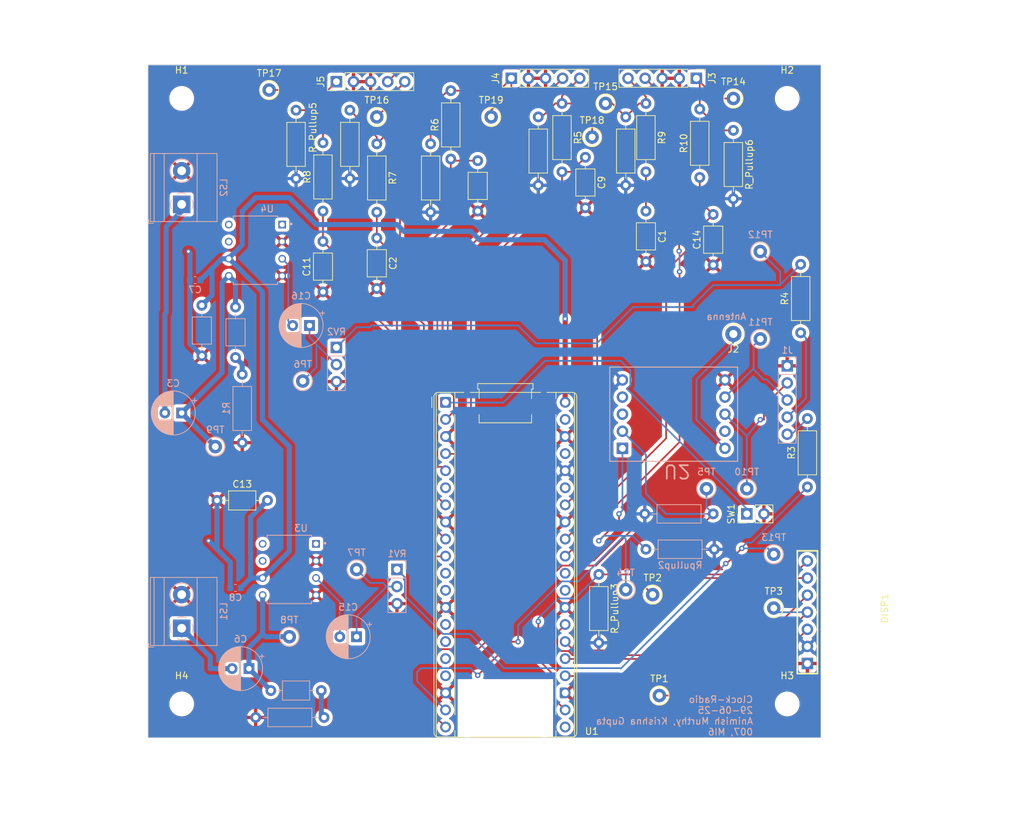
<source format=kicad_pcb>
(kicad_pcb (version 20241229) (generator "pcbnew") (generator_version "9.0")
  (layers (0 "F.Cu" signal) (2 "B.Cu" signal) (13 "F.Paste" user) (15 "B.Paste" user) (5 "F.SilkS" user "F.Silkscreen") (7 "B.SilkS" user "B.Silkscreen") (1 "F.Mask" user) (3 "B.Mask" user) (25 "Edge.Cuts" user))
  (net 0 "")
  (net 1 "GND")
  (net 2 "Net-(C3-Pad2)")
  (net 3 "/ROUT")
  (net 4 "/LOUT")
  (net 5 "Net-(J3-Pin_1)")
  (net 6 "Net-(J3-Pin_5)")
  (net 7 "Net-(J4-Pin_1)")
  (net 8 "Net-(J4-Pin_5)")
  (net 9 "/3V3")
  (net 10 "/SCK")
  (net 11 "/SDA")
  (net 12 "/RES")
  (net 13 "/DC")
  (net 14 "/CS")
  (net 15 "/RSpeaker")
  (net 16 "/LSpeaker")
  (net 17 "Net-(J2-Pin_1)")
  (net 18 "/I2CSCK")
  (net 19 "/I2CTX")
  (net 20 "Net-(U3-+)")
  (net 21 "Net-(U4-+)")
  (net 22 "/SW1")
  (net 23 "/SW2")
  (net 24 "/SW3")
  (net 25 "/SW4")
  (net 26 "Net-(C3-Pad1)")
  (net 27 "Net-(C4-Pad2)")
  (net 28 "Net-(C5-Pad1)")
  (net 29 "Net-(C5-Pad2)")
  (net 30 "Net-(C6-Pad2)")
  (net 42 "+5V")
  (net 46 "Net-(J5-Pin_1)")
  (net 47 "Net-(J5-Pin_5)")
  (net 48 "Net-(R3-Pad1)")
  (net 49 "Net-(R4-Pad2)")
  (net 50 "/ROT1B")
  (net 52 "/ROT1A")
  (net 53 "/ROT2A")
  (net 54 "/ROT2B")
  (net 56 "/ROT3A")
  (net 57 "/ROT3B")
  (net 58 "Net-(C15-Pad1)")
  (net 59 "Net-(C16-Pad1)")
  (footprint "Capacitor_THT:C_Axial_L3.8mm_D2.6mm_P7.50mm_Horizontal" (layer "F.Cu") (at 121 77 90)
    (property "Reference" "C11")
    (property "Value" "0.01 µF")
  )
  (footprint "Capacitor_THT:C_Axial_L3.8mm_D2.6mm_P7.50mm_Horizontal" (layer "F.Cu") (at 144 65 90)
    (property "Reference" "C10" (hide yes))
    (property "Value" "0.01 µF")
  )
  (footprint "Capacitor_THT:C_Axial_L3.8mm_D2.6mm_P7.50mm_Horizontal" (layer "F.Cu") (at 169 65 -90)
    (property "Reference" "C1")
    (property "Value" "0.01 µF")
  )
  (footprint "Resistor_THT:R_Axial_DIN0207_L6.3mm_D2.5mm_P10.16mm_Horizontal" (layer "F.Cu") (at 166 51 -90)
    (property "Reference" "R_Pullup7" (hide yes))
    (property "Value" "10kΩ")
  )
  (footprint "Resistor_THT:R_Axial_DIN0207_L6.3mm_D2.5mm_P10.16mm_Horizontal" (layer "F.Cu") (at 140 57.26 90)
    (property "Reference" "R6")
    (property "Value" "10Ω")
  )
  (footprint "TestPoint:TestPoint_Keystone_5000-5004_Miniature" (layer "F.Cu") (at 170 122)
    (property "Reference" "TP2")
    (property "Value" "TestPoint")
  )
  (footprint "TestPoint:TestPoint_Keystone_5000-5004_Miniature" (layer "F.Cu") (at 161 54)
    (property "Reference" "TP18")
    (property "Value" "TestPoint" (hide yes))
  )
  (footprint "Capacitor_THT:C_Axial_L3.8mm_D2.6mm_P7.50mm_Horizontal" (layer "F.Cu") (at 179 73 90)
    (property "Reference" "C14")
    (property "Value" "0.01 µF")
  )
  (footprint "Resistor_THT:R_Axial_DIN0207_L6.3mm_D2.5mm_P10.16mm_Horizontal" (layer "F.Cu") (at 117 50 -90)
    (property "Reference" "R_Pullup5")
    (property "Value" "10kΩ")
  )
  (footprint "Connector_PinHeader_2.54mm:PinHeader_1x05_P2.54mm_Vertical" (layer "F.Cu") (at 123 45.76 90)
    (property "Reference" "J5")
    (property "Value" "Conn_01x05")
  )
  (footprint "Resistor_THT:R_Axial_DIN0207_L6.3mm_D2.5mm_P10.16mm_Horizontal" (layer "F.Cu") (at 121 65 90)
    (property "Reference" "R8")
    (property "Value" "10kΩ")
  )
  (footprint "MountingHole:MountingHole_3.2mm_M3" (layer "F.Cu") (at 190 138.25)
    (property "Reference" "H3")
    (property "Value" "MountingHole")
  )
  (footprint "Resistor_THT:R_Axial_DIN0207_L6.3mm_D2.5mm_P10.16mm_Horizontal" (layer "F.Cu") (at 162 119 -90)
    (property "Reference" "R_Pullup3")
    (property "Value" "10kΩ")
  )
  (footprint "TestPoint:TestPoint_Keystone_5000-5004_Miniature" (layer "F.Cu") (at 146 51)
    (property "Reference" "TP19")
    (property "Value" "TestPoint")
  )
  (footprint "TestPoint:TestPoint_Keystone_5000-5004_Miniature" (layer "F.Cu") (at 182 48.26)
    (property "Reference" "TP14")
    (property "Value" "TestPoint")
  )
  (footprint "TestPoint:TestPoint_Keystone_5000-5004_Miniature" (layer "F.Cu") (at 129 51)
    (property "Reference" "TP16")
    (property "Value" "TestPoint" (hide yes))
  )
  (footprint "Resistor_THT:R_Axial_DIN0207_L6.3mm_D2.5mm_P10.16mm_Horizontal" (layer "F.Cu") (at 156.525236 49 -90)
    (property "Reference" "R5")
    (property "Value" "10Ω")
  )
  (footprint "TestPoint:TestPoint_Keystone_5000-5004_Miniature" (layer "F.Cu") (at 188 124)
    (property "Reference" "TP3")
    (property "Value" "TestPoint")
  )
  (footprint "Resistor_THT:R_Axial_DIN0207_L6.3mm_D2.5mm_P10.16mm_Horizontal" (layer "F.Cu") (at 193 106 90)
    (property "Reference" "R3")
    (property "Value" "10 k")
  )
  (footprint "Connector_Pin:Pin_D1.0mm_L10.0mm_LooseFit" (layer "F.Cu") (at 182 83.26)
    (property "Reference" "J2")
    (property "Value" "Conn_01x01_Pin")
  )
  (footprint "Connector_PinHeader_2.54mm:PinHeader_1x05_P2.54mm_Vertical" (layer "F.Cu") (at 176.5 45.26 -90)
    (property "Reference" "J3")
    (property "Value" "Conn_01x05" (hide yes))
  )
  (footprint "Capacitor_THT:C_Axial_L3.8mm_D2.6mm_P7.50mm_Horizontal" (layer "F.Cu") (at 105.25 108)
    (property "Reference" "C13")
    (property "Value" "0.1 µF")
  )
  (footprint "Module:RaspberryPi_Pico_Common_THT" (layer "F.Cu") (at 139.22 93.42)
    (property "Reference" "U1")
    (property "Value" "RPi_Pico_TH")
  )
  (footprint "Resistor_THT:R_Axial_DIN0207_L6.3mm_D2.5mm_P10.16mm_Horizontal" (layer "F.Cu") (at 182 53 -90)
    (property "Reference" "R_Pullup6")
    (property "Value" "10kΩ")
  )
  (footprint "ECE:OLED_Display_1.3" (layer "F.Cu") (at 224.95 142.36 90)
    (property "Reference" "DISP1")
    (property "Value" "OLED Display")
  )
  (footprint "MountingHole:MountingHole_3.2mm_M3" (layer "F.Cu") (at 100 48.25)
    (property "Reference" "H1")
    (property "Value" "MountingHole")
  )
  (footprint "Capacitor_THT:C_Axial_L3.8mm_D2.6mm_P7.50mm_Horizontal" (layer "F.Cu") (at 160 57 -90)
    (property "Reference" "C9")
    (property "Value" "0.01 µF")
  )
  (footprint "Connector_PinHeader_2.54mm:PinHeader_1x05_P2.54mm_Vertical" (layer "F.Cu") (at 149 45.26 90)
    (property "Reference" "J4")
    (property "Value" "Conn_01x05" (hide yes))
  )
  (footprint "TestPoint:TestPoint_Keystone_5000-5004_Miniature" (layer "F.Cu") (at 163 49)
    (property "Reference" "TP15")
    (property "Value" "TestPoint" (hide yes))
  )
  (footprint "TestPoint:TestPoint_Keystone_5000-5004_Miniature" (layer "F.Cu") (at 113 47)
    (property "Reference" "TP17")
    (property "Value" "TestPoint")
  )
  (footprint "Resistor_THT:R_Axial_DIN0207_L6.3mm_D2.5mm_P10.16mm_Horizontal" (layer "F.Cu") (at 125 50 -90)
    (property "Reference" "R_Pullup4" (hide yes))
    (property "Value" "10kΩ")
  )
  (footprint "Connector_PinHeader_2.54mm:PinHeader_1x02_P2.54mm_Vertical" (layer "F.Cu") (at 184 110 90)
    (property "Reference" "SW1")
    (property "Value" "SW_Push")
  )
  (footprint "MountingHole:MountingHole_3.2mm_M3" (layer "F.Cu") (at 190 48.25)
    (property "Reference" "H2")
    (property "Value" "MountingHole")
  )
  (footprint "Resistor_THT:R_Axial_DIN0207_L6.3mm_D2.5mm_P10.16mm_Horizontal" (layer "F.Cu") (at 169 49 -90)
    (property "Reference" "R9")
    (property "Value" "10Ω")
  )
  (footprint "Capacitor_THT:C_Axial_L3.8mm_D2.6mm_P7.50mm_Horizontal" (layer "F.Cu") (at 129 69 -90)
    (property "Reference" "C2")
    (property "Value" "0.01 µF")
  )
  (footprint "MountingHole:MountingHole_3.2mm_M3" (layer "F.Cu") (at 100 138.25)
    (property "Reference" "H4")
    (property "Value" "MountingHole")
  )
  (footprint "Resistor_THT:R_Axial_DIN0207_L6.3mm_D2.5mm_P10.16mm_Horizontal" (layer "F.Cu") (at 153 51 -90)
    (property "Reference" "R_Pullup1" (hide yes))
    (property "Value" "10kΩ")
  )
  (footprint "Resistor_THT:R_Axial_DIN0207_L6.3mm_D2.5mm_P10.16mm_Horizontal" (layer "F.Cu") (at 177 60 90)
    (property "Reference" "R10")
    (property "Value" "10Ω")
  )
  (footprint "Resistor_THT:R_Axial_DIN0207_L6.3mm_D2.5mm_P10.16mm_Horizontal" (layer "F.Cu") (at 137 55 -90)
    (property "Reference" "R_Pullup2" (hide yes))
    (property "Value" "10kΩ")
  )
  (footprint "TestPoint:TestPoint_Keystone_5000-5004_Miniature" (layer "F.Cu") (at 171 137)
    (property "Reference" "TP1")
    (property "Value" "TestPoint")
  )
  (footprint "Resistor_THT:R_Axial_DIN0207_L6.3mm_D2.5mm_P10.16mm_Horizontal" (layer "F.Cu") (at 192 83.08 90)
    (property "Reference" "R4")
    (property "Value" "10 k")
  )
  (footprint "Resistor_THT:R_Axial_DIN0207_L6.3mm_D2.5mm_P10.16mm_Horizontal" (layer "F.Cu") (at 129 55 -90)
    (property "Reference" "R7")
    (property "Value" "10kΩ")
  )
  (footprint "Resistor_THT:R_Axial_DIN0207_L6.3mm_D2.5mm_P10.16mm_Horizontal" (layer "B.Cu") (at 121.16 140.26 180)
    (property "Reference" "R2" (hide yes))
    (property "Value" "10Ω")
  )
  (footprint "Connector_PinHeader_2.54mm:PinHeader_1x03_P2.54mm_Vertical" (layer "B.Cu") (at 123 85.26 180)
    (property "Reference" "RV2")
    (property "Value" "10kΩ")
  )
  (footprint "TestPoint:TestPoint_Keystone_5000-5004_Miniature" (layer "B.Cu") (at 186 71 180)
    (property "Reference" "TP12")
    (property "Value" "TestPoint")
  )
  (footprint "Capacitor_THT:CP_Radial_D6.3mm_P2.50mm" (layer "B.Cu") (at 110 133 180)
    (property "Reference" "C6")
    (property "Value" "470 µF")
  )
  (footprint "TestPoint:TestPoint_Keystone_5000-5004_Miniature" (layer "B.Cu") (at 166 121.26 180)
    (property "Reference" "TP4")
    (property "Value" "TestPoint")
  )
  (footprint "ECE:RDA5807M_Module_TH" (layer "B.Cu") (at 173.13 95.18)
    (property "Reference" "U2")
    (property "Value" "RDA5807M_Module")
  )
  (footprint "Capacitor_SMD:C_0603_1608Metric" (layer "B.Cu") (at 102 75.26)
    (property "Reference" "C7")
    (property "Value" "0.1 µF")
  )
  (footprint "LM386N_4:DIP794W45P254L1016H508Q8" (layer "B.Cu") (at 116 118.26 180)
    (property "Reference" "U3")
    (property "Value" "LM386")
  )
  (footprint "TestPoint:TestPoint_Keystone_5000-5004_Miniature" (layer "B.Cu") (at 178 106.26 180)
    (property "Reference" "TP5")
    (property "Value" "TestPoint")
  )
  (footprint "Capacitor_THT:CP_Radial_D6.3mm_P2.50mm" (layer "B.Cu") (at 100 95 180)
    (property "Reference" "C3")
    (property "Value" "470 µF")
  )
  (footprint "TestPoint:TestPoint_Keystone_5000-5004_Miniature" (layer "B.Cu") (at 188 116 180)
    (property "Reference" "TP13")
    (property "Value" "TestPoint")
  )
  (footprint "Capacitor_THT:C_Axial_L3.8mm_D2.6mm_P7.50mm_Horizontal" (layer "B.Cu") (at 103 86.5 90)
    (property "Reference" "C12" (hide yes))
    (property "Value" "0.1 µF")
  )
  (footprint "TestPoint:TestPoint_Keystone_5000-5004_Miniature" (layer "B.Cu") (at 118 90.26 180)
    (property "Reference" "TP6")
    (property "Value" "TestPoint")
  )
  (footprint "TestPoint:TestPoint_Keystone_5000-5004_Miniature" (layer "B.Cu") (at 105 100 180)
    (property "Reference" "TP9")
    (property "Value" "TestPoint")
  )
  (footprint "Capacitor_THT:C_Axial_L3.8mm_D2.6mm_P7.50mm_Horizontal" (layer "B.Cu") (at 108 79.26 -90)
    (property "Reference" "C4" (hide yes))
    (property "Value" "0.05 µF")
  )
  (footprint "LM386N_4:DIP794W45P254L1016H508Q8" (layer "B.Cu") (at 110.97 70.81 180)
    (property "Reference" "U4")
    (property "Value" "LM386")
  )
  (footprint "TestPoint:TestPoint_Keystone_5000-5004_Miniature" (layer "B.Cu") (at 126 118.26 180)
    (property "Reference" "TP7")
    (property "Value" "TestPoint")
  )
  (footprint "Capacitor_THT:C_Axial_L3.8mm_D2.6mm_P7.50mm_Horizontal" (layer "B.Cu") (at 113.25 136.26)
    (property "Reference" "C5" (hide yes))
    (property "Value" "0.05 µF")
  )
  (footprint "TestPoint:TestPoint_Keystone_5000-5004_Miniature" (layer "B.Cu") (at 184 106.26 180)
    (property "Reference" "TP10")
    (property "Value" "TestPoint")
  )
  (footprint "Capacitor_THT:CP_Radial_D6.3mm_P2.50mm" (layer "B.Cu") (at 119 82 180)
    (property "Reference" "C16")
    (property "Value" "470 µF")
  )
  (footprint "Resistor_THT:R_Axial_DIN0207_L6.3mm_D2.5mm_P10.16mm_Horizontal" (layer "B.Cu") (at 109 89.26 -90)
    (property "Reference" "R1")
    (property "Value" "10Ω")
  )
  (footprint "Connector_PinHeader_2.54mm:PinHeader_1x05_P2.54mm_Vertical" (layer "B.Cu") (at 190 88 180)
    (property "Reference" "J1")
    (property "Value" "CUE_SJ1-352XNG")
  )
  (footprint "TestPoint:TestPoint_Keystone_5000-5004_Miniature" (layer "B.Cu") (at 116 128.26 180)
    (property "Reference" "TP8")
    (property "Value" "TestPoint")
  )
  (footprint "TerminalBlock_Phoenix:TerminalBlock_Phoenix_MKDS-1,5-2_1x02_P5.00mm_Horizontal" (layer "B.Cu") (at 100 127 90)
    (property "Reference" "LS1")
    (property "Value" "Speaker")
  )
  (footprint "Capacitor_THT:CP_Radial_D6.3mm_P2.50mm" (layer "B.Cu") (at 126 128.26 180)
    (property "Reference" "C15")
    (property "Value" "470 µF")
  )
  (footprint "Resistor_THT:R_Axial_DIN0207_L6.3mm_D2.5mm_P10.16mm_Horizontal" (layer "B.Cu") (at 179 110 180)
    (property "Reference" "Rpullup1" (hide yes))
    (property "Value" "2k")
  )
  (footprint "Connector_PinHeader_2.54mm:PinHeader_1x03_P2.54mm_Vertical" (layer "B.Cu") (at 132 118.26 180)
    (property "Reference" "RV1")
    (property "Value" "10kΩ")
  )
  (footprint "Resistor_THT:R_Axial_DIN0207_L6.3mm_D2.5mm_P10.16mm_Horizontal" (layer "B.Cu") (at 169 115.26)
    (property "Reference" "Rpullup2")
    (property "Value" "2k")
  )
  (footprint "TerminalBlock_Phoenix:TerminalBlock_Phoenix_MKDS-1,5-2_1x02_P5.00mm_Horizontal" (layer "B.Cu") (at 100 64 90)
    (property "Reference" "LS2")
    (property "Value" "Speaker")
  )
  (footprint "TestPoint:TestPoint_Keystone_5000-5004_Miniature" (layer "B.Cu") (at 186 84 180)
    (property "Reference" "TP11")
    (property "Value" "TestPoint")
  )
  (footprint "Capacitor_SMD:C_0603_1608Metric" (layer "B.Cu") (at 108 121)
    (property "Reference" "C8")
    (property "Value" "0.1 µF")
  )
  (gr_rect (start 95 43.26) (end 195 143.26) (stroke (width 0.1)) (fill no) (layer "Edge.Cuts"))
  (gr_text "Antenna" (at 184 81.26 0) (layer "B.SilkS") (effects (font (size 1 1)) (justify left bottom mirror)))
  (gr_text "Clock-Radio\n29-06-25\nAnimish Murthy, Krishna Gupta\n007, MI6" (at 185 143 0) (layer "B.SilkS") (effects (font (size 1 1)) (justify left bottom mirror)))
  (via (at 101 71) (size 0.8) (drill 0.4) (layers "F.Cu" "B.Cu") (net 1))
  (via (at 104 114) (size 0.8) (drill 0.4) (layers "F.Cu" "B.Cu") (net 1))
  (segment (start 100 59) (end 100 60) (width 0.25) (layer "B.Cu") (net 1))
  (segment (start 101.225 84.725) (end 101.225 75.26) (width 0.762) (layer "B.Cu") (net 1))
  (segment (start 103 86.5) (end 101.225 84.725) (width 0.762) (layer "B.Cu") (net 1))
  (segment (start 101.225 75.26) (end 101.225 71.225) (width 0.762) (layer "B.Cu") (net 1))
  (segment (start 107.225 121) (end 107.225 117.225) (width 0.762) (layer "B.Cu") (net 1))
  (segment (start 107.225 117.225) (end 105.25 115.25) (width 0.762) (layer "B.Cu") (net 1))
  (segment (start 105.25 115.25) (end 105.25 108) (width 0.762) (layer "B.Cu") (net 1))
  (segment (start 107.225 117.225) (end 104 114) (width 0.762) (layer "B.Cu") (net 1))
  (segment (start 101.225 71.225) (end 101 71) (width 0.762) (layer "B.Cu") (net 1))
  (segment (start 97.695 67.305) (end 97.695 80.065) (width 0.762) (layer "B.Cu") (net 2))
  (segment (start 97.5 80.26) (end 97.5 95) (width 0.762) (layer "B.Cu") (net 2))
  (segment (start 100 64) (end 100 65) (width 0.25) (layer "B.Cu") (net 2))
  (segment (start 100 65) (end 97.695 67.305) (width 0.762) (layer "B.Cu") (net 2))
  (segment (start 97.695 80.065) (end 97.5 80.26) (width 0.25) (layer "B.Cu") (net 2))
  (segment (start 185 85) (end 186 84) (width 0.25) (layer "B.Cu") (net 3))
  (segment (start 186.5 90.01) (end 186.93 90.01) (width 0.25) (layer "B.Cu") (net 3))
  (segment (start 180.75 92.64) (end 185 88.39) (width 0.25) (layer "B.Cu") (net 3))
  (segment (start 185 88) (end 185 85) (width 0.25) (layer "B.Cu") (net 3))
  (segment (start 185 88.51) (end 186.5 90.01) (width 0.25) (layer "B.Cu") (net 3))
  (segment (start 186.93 90.01) (end 190 93.08) (width 0.25) (layer "B.Cu") (net 3))
  (segment (start 185 88) (end 185 88.51) (width 0.25) (layer "B.Cu") (net 3))
  (segment (start 185 88.39) (end 185 88) (width 0.25) (layer "B.Cu") (net 3))
  (segment (start 186.54 96) (end 186.54 94) (width 0.25) (layer "F.Cu") (net 4))
  (segment (start 186.54 94) (end 190 90.54) (width 0.25) (layer "F.Cu") (net 4))
  (segment (start 186 96) (end 186.54 96) (width 0.25) (layer "F.Cu") (net 4))
  (via (at 186 96) (size 0.8) (drill 0.4) (layers "F.Cu" "B.Cu") (net 4))
  (segment (start 184 98.43) (end 180.75 95.18) (width 0.25) (layer "B.Cu") (net 4))
  (segment (start 184 106.26) (end 184 102.51) (width 0.25) (layer "B.Cu") (net 4))
  (segment (start 184 102.51) (end 184 98.43) (width 0.25) (layer "B.Cu") (net 4))
  (segment (start 184 98.43) (end 186 96) (width 0.25) (layer "B.Cu") (net 4))
  (segment (start 177 45.76) (end 176.5 45.26) (width 0.25) (layer "F.Cu") (net 5))
  (segment (start 176.5 46.01) (end 176.5 45.26) (width 0.25) (layer "F.Cu") (net 5))
  (segment (start 182 53) (end 180.16 53) (width 0.25) (layer "F.Cu") (net 5))
  (segment (start 177 49.84) (end 177 45.76) (width 0.25) (layer "F.Cu") (net 5))
  (segment (start 182 48.26) (end 179.5 48.26) (width 0.25) (layer "F.Cu") (net 5))
  (segment (start 180.16 53) (end 177 49.84) (width 0.25) (layer "F.Cu") (net 5))
  (segment (start 179.5 48.26) (end 176.5 45.26) (width 0.25) (layer "F.Cu") (net 5))
  (segment (start 169 48) (end 166.34 45.34) (width 0.25) (layer "F.Cu") (net 6))
  (segment (start 166 51) (end 168 49) (width 0.25) (layer "F.Cu") (net 6))
  (segment (start 166.34 45.34) (end 166.34 45.26) (width 0.25) (layer "F.Cu") (net 6))
  (segment (start 164 49) (end 163 49) (width 0.25) (layer "F.Cu") (net 6))
  (segment (start 168 49) (end 169 49) (width 0.25) (layer "F.Cu") (net 6))
  (segment (start 169 49) (end 169 48) (width 0.25) (layer "F.Cu") (net 6))
  (segment (start 166 51) (end 164 49) (width 0.25) (layer "F.Cu") (net 6))
  (segment (start 147.16 47.1) (end 149 45.26) (width 0.25) (layer "F.Cu") (net 7))
  (segment (start 149 47) (end 146 50) (width 0.25) (layer "F.Cu") (net 7))
  (segment (start 137 55) (end 137 49.65) (width 0.25) (layer "F.Cu") (net 7))
  (segment (start 146 50) (end 146 51) (width 0.25) (layer "F.Cu") (net 7))
  (segment (start 140 47.1) (end 147.16 47.1) (width 0.25) (layer "F.Cu") (net 7))
  (segment (start 137 49.65) (end 139.55 47.1) (width 0.25) (layer "F.Cu") (net 7))
  (segment (start 149 45.26) (end 149 47) (width 0.25) (layer "F.Cu") (net 7))
  (segment (start 156.525236 47.894764) (end 159.16 45.26) (width 0.25) (layer "F.Cu") (net 8))
  (segment (start 161 52) (end 158 49) (width 0.25) (layer "F.Cu") (net 8))
  (segment (start 158 49) (end 156.525236 49) (width 0.25) (layer "F.Cu") (net 8))
  (segment (start 155.525236 49) (end 153.843434 50.681802) (width 0.25) (layer "F.Cu") (net 8))
  (segment (start 156.525236 49) (end 155.525236 49) (width 0.25) (layer "F.Cu") (net 8))
  (segment (start 153.843434 50.681802) (end 153.318198 50.681802) (width 0.25) (layer "F.Cu") (net 8))
  (segment (start 161 54) (end 161 52) (width 0.25) (layer "F.Cu") (net 8))
  (segment (start 156.525236 49) (end 156.525236 47.894764) (width 0.25) (layer "F.Cu") (net 8))
  (segment (start 184.9 134.1) (end 182 137) (width 0.25) (layer "F.Cu") (net 10))
  (segment (start 193 127.16) (end 186.06 134.1) (width 0.25) (layer "F.Cu") (net 10))
  (segment (start 186.06 134.1) (end 184.9 134.1) (width 0.25) (layer "F.Cu") (net 10))
  (segment (start 186.06 134.1) (end 157 134.1) (width 0.25) (layer "F.Cu") (net 10))
  (segment (start 182 137) (end 171 137) (width 0.25) (layer "F.Cu") (net 10))
  (segment (start 193 124.62) (end 186.06 131.56) (width 0.25) (layer "F.Cu") (net 11))
  (segment (start 186.06 131.56) (end 157 131.56) (width 0.25) (layer "F.Cu") (net 11))
  (segment (start 188.62 124.62) (end 188 124) (width 0.25) (layer "B.Cu") (net 11))
  (segment (start 193 124.62) (end 188.62 124.62) (width 0.25) (layer "B.Cu") (net 11))
  (segment (start 158.101701 131) (end 157.486701 130.385) (width 0.25) (layer "F.Cu") (net 12))
  (segment (start 155.825 127.655) (end 157 126.48) (width 0.25) (layer "F.Cu") (net 12))
  (segment (start 155.825 129.825) (end 155.825 127.655) (width 0.25) (layer "F.Cu") (net 12))
  (segment (start 157.486701 130.385) (end 156.385 130.385) (width 0.25) (layer "F.Cu") (net 12))
  (segment (start 193 122.08) (end 184.08 131) (width 0.25) (layer "F.Cu") (net 12))
  (segment (start 184.08 131) (end 158.101701 131) (width 0.25) (layer "F.Cu") (net 12))
  (segment (start 156.385 130.385) (end 155.825 129.825) (width 0.25) (layer "F.Cu") (net 12))
  (segment (start 165.588833 130.285) (end 158.265 130.285) (width 0.25) (layer "F.Cu") (net 13))
  (segment (start 193 119.54) (end 176.333833 119.54) (width 0.25) (layer "F.Cu") (net 13))
  (segment (start 158.265 130.285) (end 157 129.02) (width 0.25) (layer "F.Cu") (net 13))
  (segment (start 176.333833 119.54) (end 165.588833 130.285) (width 0.25) (layer "F.Cu") (net 13))
  (segment (start 155.5 134.152405) (end 155.5 137.64) (width 0.25) (layer "F.Cu") (net 14))
  (segment (start 193 117) (end 191 119) (width 0.25) (layer "F.Cu") (net 14))
  (segment (start 153 126) (end 153 131.652405) (width 0.25) (layer "F.Cu") (net 14))
  (segment (start 155.5 137.64) (end 157 139.14) (width 0.25) (layer "F.Cu") (net 14))
  (segment (start 153 131.652405) (end 155.5 134.152405) (width 0.25) (layer "F.Cu") (net 14))
  (segment (start 170 122) (end 167 119) (width 0.25) (layer "F.Cu") (net 14))
  (segment (start 167 119) (end 191 119) (width 0.25) (layer "F.Cu") (net 14))
  (segment (start 167 119) (end 162 119) (width 0.25) (layer "F.Cu") (net 14))
  (via (at 153 126) (size 0.8) (drill 0.4) (layers "F.Cu" "B.Cu") (net 14))
  (segment (start 153 126) (end 153 125.5) (width 0.25) (layer "B.Cu") (net 14))
  (segment (start 153 125.5) (end 155.925 122.575) (width 0.25) (layer "B.Cu") (net 14))
  (segment (start 155.925 122.575) (end 158.425 122.575) (width 0.25) (layer "B.Cu") (net 14))
  (segment (start 158.425 122.575) (end 162 119) (width 0.25) (layer "B.Cu") (net 14))
  (segment (start 192.799999 92.820001) (end 190 95.62) (width 0.25) (layer "B.Cu") (net 15))
  (segment (start 192.799999 83.879999) (end 192.799999 92.820001) (width 0.25) (layer "B.Cu") (net 15))
  (segment (start 192 83.08) (end 192.799999 83.879999) (width 0.25) (layer "B.Cu") (net 15))
  (segment (start 193 95.84) (end 190.68 98.16) (width 0.25) (layer "B.Cu") (net 16))
  (segment (start 190.68 98.16) (end 190 98.16) (width 0.25) (layer "B.Cu") (net 16))
  (segment (start 176.5 90.01) (end 182 84.51) (width 0.25) (layer "B.Cu") (net 17))
  (segment (start 176.5 96.01) (end 176.5 90.01) (width 0.25) (layer "B.Cu") (net 17))
  (segment (start 182 84.51) (end 182 83.26) (width 0.25) (layer "B.Cu") (net 17))
  (segment (start 180.75 100.26) (end 176.5 96.01) (width 0.25) (layer "B.Cu") (net 17))
  (segment (start 133 135.46) (end 139.22 141.68) (width 0.25) (layer "F.Cu") (net 18))
  (segment (start 156.513299 117.685) (end 144.092299 130.106) (width 0.25) (layer "F.Cu") (net 18))
  (segment (start 161.575 117.685) (end 156.513299 117.685) (width 0.25) (layer "F.Cu") (net 18))
  (segment (start 144.092299 130.106) (end 136.394 130.106) (width 0.25) (layer "F.Cu") (net 18))
  (segment (start 133 133.5) (end 133 135.46) (width 0.25) (layer "F.Cu") (net 18))
  (segment (start 179 110) (end 177 112) (width 0.25) (layer "F.Cu") (net 18))
  (segment (start 167.26 112) (end 161.575 117.685) (width 0.25) (layer "F.Cu") (net 18))
  (segment (start 177 112) (end 167.26 112) (width 0.25) (layer "F.Cu") (net 18))
  (segment (start 136.394 130.106) (end 133 133.5) (width 0.25) (layer "F.Cu") (net 18))
  (segment (start 169 107) (end 172 110) (width 0.25) (layer "B.Cu") (net 18))
  (segment (start 178 109) (end 179 110) (width 0.25) (layer "B.Cu") (net 18))
  (segment (start 165.51 97.72) (end 169 101.21) (width 0.25) (layer "B.Cu") (net 18))
  (segment (start 165.05 97.26) (end 165.51 97.72) (width 0.25) (layer "B.Cu") (net 18))
  (segment (start 172 110) (end 179 110) (width 0.25) (layer "B.Cu") (net 18))
  (segment (start 178 106.26) (end 178 109) (width 0.25) (layer "B.Cu") (net 18))
  (segment (start 169 101.21) (end 169 107) (width 0.25) (layer "B.Cu") (net 18))
  (segment (start 150 129) (end 149 129) (width 0.25) (layer "F.Cu") (net 19))
  (segment (start 149 129) (end 144 134) (width 0.25) (layer "F.Cu") (net 19))
  (segment (start 165 110) (end 165 111) (width 0.25) (layer "F.Cu") (net 19))
  (segment (start 165 111) (end 162 114) (width 0.25) (layer "F.Cu") (net 19))
  (via (at 162 114) (size 0.8) (drill 0.4) (layers "F.Cu" "B.Cu") (net 19))
  (via (at 165 110) (size 0.8) (drill 0.4) (layers "F.Cu" "B.Cu") (net 19))
  (via (at 144 134) (size 0.8) (drill 0.4) (layers "F.Cu" "B.Cu") (net 19))
  (via (at 150 129) (size 0.8) (drill 0.4) (layers "F.Cu" "B.Cu") (net 19))
  (segment (start 162 114) (end 162.74 113.26) (width 0.25) (layer "B.Cu") (net 19))
  (segment (start 142.934 132.934) (end 135.566 132.934) (width 0.25) (layer "B.Cu") (net 19))
  (segment (start 135 133.5) (end 135 134.92) (width 0.25) (layer "B.Cu") (net 19))
  (segment (start 165.51 113.5) (end 165.51 113.26) (width 0.25) (layer "B.Cu") (net 19))
  (segment (start 165.75 113.26) (end 167 113.26) (width 0.25) (layer "B.Cu") (net 19))
  (segment (start 162.74 113.26) (end 165.51 113.26) (width 0.25) (layer "B.Cu") (net 19))
  (segment (start 165.51 109.49) (end 165 110) (width 0.25) (layer "B.Cu") (net 19))
  (segment (start 165.51 113.5) (end 165.75 113.26) (width 0.25) (layer "B.Cu") (net 19))
  (segment (start 166 121.26) (end 166 113.75) (width 0.25) (layer "B.Cu") (net 19))
  (segment (start 144 134) (end 142.934 132.934) (width 0.25) (layer "B.Cu") (net 19))
  (segment (start 165.51 100.26) (end 165.51 109.49) (width 0.25) (layer "B.Cu") (net 19))
  (segment (start 150 129) (end 150 126.548299) (width 0.25) (layer "B.Cu") (net 19))
  (segment (start 167 113.26) (end 169 115.26) (width 0.25) (layer "B.Cu") (net 19))
  (segment (start 135.566 132.934) (end 135 133.5) (width 0.25) (layer "B.Cu") (net 19))
  (segment (start 156.513299 120.035) (end 158.975 120.035) (width 0.25) (layer "B.Cu") (net 19))
  (segment (start 150 126.548299) (end 156.513299 120.035) (width 0.25) (layer "B.Cu") (net 19))
  (segment (start 135 134.92) (end 139.22 139.14) (width 0.25) (layer "B.Cu") (net 19))
  (segment (start 166 113.75) (end 165.51 113.26) (width 0.25) (layer "B.Cu") (net 19))
  (segment (start 158.975 120.035) (end 165.51 113.5) (width 0.25) (layer "B.Cu") (net 19))
  (segment (start 123.5 128.26) (end 123.5 123.06) (width 0.25) (layer "B.Cu") (net 20))
  (segment (start 123.5 123.06) (end 119.97 119.53) (width 0.25) (layer "B.Cu") (net 20))
  (segment (start 115.835 72.975) (end 114.94 72.08) (width 0.25) (layer "B.Cu") (net 21))
  (segment (start 115.835 81.335) (end 115.835 72.975) (width 0.25) (layer "B.Cu") (net 21))
  (segment (start 116.5 82) (end 115.835 81.335) (width 0.25) (layer "B.Cu") (net 21))
  (segment (start 139.76 93.68) (end 140 93.44) (width 0.25) (layer "F.Cu") (net 22))
  (segment (start 166.152348 91.412348) (end 184 109.26) (width 0.25) (layer "B.Cu") (net 22))
  (segment (start 166.685 88.685) (end 166.685 90.879696) (width 0.25) (layer "B.Cu") (net 22))
  (segment (start 147.8 93.46) (end 154 87.26) (width 0.25) (layer "B.Cu") (net 22))
  (segment (start 139.22 93.46) (end 147.8 93.46) (width 0.25) (layer "B.Cu") (net 22))
  (segment (start 165.26 87.26) (end 166.685 88.685) (width 0.25) (layer "B.Cu") (net 22))
  (segment (start 154 87.26) (end 165.26 87.26) (width 0.25) (layer "B.Cu") (net 22))
  (segment (start 166.685 90.879696) (end 166.152348 91.412348) (width 0.25) (layer "B.Cu") (net 22))
  (segment (start 184 109.26) (end 184 110) (width 0.25) (layer "B.Cu") (net 22))
  (segment (start 150 50) (end 150 63.12) (width 0.25) (layer "F.Cu") (net 23))
  (segment (start 156.62 45.26) (end 151.88 50) (width 0.25) (layer "F.Cu") (net 23))
  (segment (start 150 63.12) (end 139.55 73.57) (width 0.25) (layer "F.Cu") (net 23))
  (segment (start 140.45 92.45) (end 140.45 94.77) (width 0.25) (layer "F.Cu") (net 23))
  (segment (start 140.45 94.77) (end 139.22 96) (width 0.25) (layer "F.Cu") (net 23))
  (segment (start 151.88 50) (end 150 50) (width 0.25) (layer "F.Cu") (net 23))
  (segment (start 139.55 73.57) (end 139.55 91.55) (width 0.25) (layer "F.Cu") (net 23))
  (segment (start 139.55 91.55) (end 140.45 92.45) (width 0.25) (layer "F.Cu") (net 23))
  (segment (start 173.936396 70.936396) (end 173.936396 50.316396) (width 0.25) (layer "F.Cu") (net 24))
  (segment (start 174 74) (end 174 99.32) (width 0.25) (layer "F.Cu") (net 24))
  (segment (start 173.936396 50.316396) (end 168.88 45.26) (width 0.25) (layer "F.Cu") (net 24))
  (segment (start 174 99.32) (end 157 116.32) (width 0.25) (layer "F.Cu") (net 24))
  (via (at 173.936396 70.936396) (size 0.8) (drill 0.4) (layers "F.Cu" "B.Cu") (net 24))
  (via (at 174 74) (size 0.8) (drill 0.4) (layers "F.Cu" "B.Cu") (net 24))
  (segment (start 174 70.872792) (end 173.936396 70.936396) (width 0.25) (layer "B.Cu") (net 24))
  (segment (start 174 74) (end 174 70.872792) (width 0.25) (layer "B.Cu") (net 24))
  (segment (start 135 45) (end 134 44) (width 0.25) (layer "F.Cu") (net 25))
  (segment (start 137.52 107) (end 139.22 108.7) (width 0.25) (layer "F.Cu") (net 25))
  (segment (start 132.45 49.55) (end 135 47) (width 0.25) (layer "F.Cu") (net 25))
  (segment (start 132.45 49.55) (end 132.45 78.27) (width 0.25) (layer "F.Cu") (net 25))
  (segment (start 135 47) (end 135 45) (width 0.25) (layer "F.Cu") (net 25))
  (segment (start 132.45 78.27) (end 136 81.82) (width 0.25) (layer "F.Cu") (net 25))
  (segment (start 136 81.82) (end 136 107) (width 0.25) (layer "F.Cu") (net 25))
  (segment (start 132.38 44) (end 130.62 45.76) (width 0.25) (layer "F.Cu") (net 25))
  (segment (start 136 107) (end 137.52 107) (width 0.25) (layer "F.Cu") (net 25))
  (segment (start 134 44) (end 132.38 44) (width 0.25) (layer "F.Cu") (net 25))
  (segment (start 108 75.62) (end 107 74.62) (width 0.762) (layer "B.Cu") (net 26))
  (segment (start 106 89) (end 106 75.62) (width 0.762) (layer "B.Cu") (net 26))
  (segment (start 108 79.26) (end 108 75.62) (width 0.762) (layer "B.Cu") (net 26))
  (segment (start 106 75.62) (end 107 74.62) (width 0.762) (layer "B.Cu") (net 26))
  (segment (start 105 100) (end 100 95) (width 0.762) (layer "B.Cu") (net 26))
  (segment (start 100 95) (end 106 89) (width 0.762) (layer "B.Cu") (net 26))
  (segment (start 109 87.76) (end 109 89.26) (width 0.762) (layer "B.Cu") (net 27))
  (segment (start 108 86.76) (end 109 87.76) (width 0.762) (layer "B.Cu") (net 27))
  (segment (start 111.25 134.25) (end 111.25 134.26) (width 0.25) (layer "B.Cu") (net 28))
  (segment (start 110 133) (end 110 129.85) (width 0.762) (layer "B.Cu") (net 28))
  (segment (start 110 129.85) (end 112.03 127.82) (width 0.762) (layer "B.Cu") (net 28))
  (segment (start 116 128.26) (end 112.47 128.26) (width 0.762) (layer "B.Cu") (net 28))
  (segment (start 112.47 128.26) (end 112.03 127.82) (width 0.762) (layer "B.Cu") (net 28))
  (segment (start 110 133) (end 111.25 134.25) (width 0.762) (layer "B.Cu") (net 28))
  (segment (start 111.25 134.26) (end 113.25 136.26) (width 0.762) (layer "B.Cu") (net 28))
  (segment (start 112.03 127.82) (end 112.03 122.07) (width 0.762) (layer "B.Cu") (net 28))
  (segment (start 120.75 136.26) (end 120.75 139.85) (width 0.762) (layer "B.Cu") (net 29))
  (segment (start 120.75 139.85) (end 121.16 140.26) (width 0.25) (layer "B.Cu") (net 29))
  (segment (start 104.24 133) (end 104.24 131.24) (width 0.762) (layer "B.Cu") (net 30))
  (segment (start 104.24 131.24) (end 100 127) (width 0.762) (layer "B.Cu") (net 30))
  (segment (start 104.24 133) (end 107.5 133) (width 0.762) (layer "B.Cu") (net 30))
  (segment (start 100 127) (end 100 128.26) (width 0.25) (layer "B.Cu") (net 30))
  (segment (start 157 81) (end 157 93.46) (width 0.762) (layer "F.Cu") (net 42))
  (via (at 157 81) (size 0.8) (drill 0.4) (layers "F.Cu" "B.Cu") (net 42))
  (segment (start 116 115.56) (end 112.03 119.53) (width 0.762) (layer "B.Cu") (net 42))
  (segment (start 107 72) (end 107 72.08) (width 0.762) (layer "B.Cu") (net 42))
  (segment (start 120 67) (end 132 67) (width 0.762) (layer "B.Cu") (net 42))
  (segment (start 109 70) (end 107 72) (width 0.762) (layer "B.Cu") (net 42))
  (segment (start 133 68) (end 143 68) (width 0.762) (layer "B.Cu") (net 42))
  (segment (start 153.92 69.26) (end 157 72.34) (width 0.762) (layer "B.Cu") (net 42))
  (segment (start 112 77) (end 112 96) (width 0.762) (layer "B.Cu") (net 42))
  (segment (start 143 68) (end 144.26 69.26) (width 0.762) (layer "B.Cu") (net 42))
  (segment (start 111 63) (end 116 63) (width 0.762) (layer "B.Cu") (net 42))
  (segment (start 110.245 119.53) (end 110.245 110.505) (width 0.762) (layer "B.Cu") (net 42))
  (segment (start 104.5175 77.4825) (end 104.5175 73.5175) (width 0.762) (layer "B.Cu") (net 42))
  (segment (start 104.5175 73.5175) (end 102.775 75.26) (width 0.762) (layer "B.Cu") (net 42))
  (segment (start 105.955 72.08) (end 104.5175 73.5175) (width 0.762) (layer "B.Cu") (net 42))
  (segment (start 109 65) (end 109 70) (width 0.762) (layer "B.Cu") (net 42))
  (segment (start 111 63) (end 109 65) (width 0.762) (layer "B.Cu") (net 42))
  (segment (start 116 63) (end 120 67) (width 0.762) (layer "B.Cu") (net 42))
  (segment (start 107 72) (end 112 77) (width 0.762) (layer "B.Cu") (net 42))
  (segment (start 103 79) (end 104.5175 77.4825) (width 0.762) (layer "B.Cu") (net 42))
  (segment (start 110.245 119.53) (end 108.775 121) (width 0.762) (layer "B.Cu") (net 42))
  (segment (start 107 72.08) (end 105.955 72.08) (width 0.762) (layer "B.Cu") (net 42))
  (segment (start 112.03 119.53) (end 110.245 119.53) (width 0.762) (layer "B.Cu") (net 42))
  (segment (start 110.245 110.505) (end 112.75 108) (width 0.762) (layer "B.Cu") (net 42))
  (segment (start 144.26 69.26) (end 153.92 69.26) (width 0.762) (layer "B.Cu") (net 42))
  (segment (start 157 72.34) (end 157 81) (width 0.762) (layer "B.Cu") (net 42))
  (segment (start 116 100) (end 116 115.56) (width 0.762) (layer "B.Cu") (net 42))
  (segment (start 112 96) (end 116 100) (width 0.762) (layer "B.Cu") (net 42))
  (segment (start 132 67) (end 133 68) (width 0.762) (layer "B.Cu") (net 42))
  (segment (start 107.08 72) (end 107 72.08) (width 0.762) (layer "B.Cu") (net 42))
  (segment (start 120 49) (end 121 48) (width 0.25) (layer "F.Cu") (net 46))
  (segment (start 121 54.84) (end 121 48) (width 0.25) (layer "F.Cu") (net 46))
  (segment (start 120 50) (end 117 50) (width 0.25) (layer "F.Cu") (net 46))
  (segment (start 121.16 54.84) (end 121 54.84) (width 0.25) (layer "F.Cu") (net 46))
  (segment (start 121 48) (end 121 47.76) (width 0.25) (layer "F.Cu") (net 46))
  (segment (start 121 47.76) (end 123 45.76) (width 0.25) (layer "F.Cu") (net 46))
  (segment (start 113 47) (end 118 47) (width 0.25) (layer "F.Cu") (net 46))
  (segment (start 118 47) (end 120 49) (width 0.25) (layer "F.Cu") (net 46))
  (segment (start 120 49) (end 120 50) (width 0.25) (layer "F.Cu") (net 46))
  (segment (start 123 45.76) (end 123.58 45.76) (width 0.25) (layer "F.Cu") (net 46))
  (segment (start 125 50) (end 129 54) (width 0.25) (layer "F.Cu") (net 47))
  (segment (start 131 49) (end 129 51) (width 0.25) (layer "F.Cu") (net 47))
  (segment (start 131 48) (end 131 53) (width 0.25) (layer "F.Cu") (net 47))
  (segment (start 131 53) (end 129 55) (width 0.25) (layer "F.Cu") (net 47))
  (segment (start 133.16 45.84) (end 133.16 45.76) (width 0.25) (layer "F.Cu") (net 47))
  (segment (start 129 54) (end 129 55) (width 0.25) (layer "F.Cu") (net 47))
  (segment (start 131 48) (end 133.16 45.84) (width 0.25) (layer "F.Cu") (net 47))
  (segment (start 181 117.38) (end 183.25 115.13) (width 0.25) (layer "F.Cu") (net 48))
  (segment (start 180.88 117.38) (end 181 117.38) (width 0.25) (layer "F.Cu") (net 48))
  (via (at 180.88 117.38) (size 0.8) (drill 0.4) (layers "F.Cu" "B.Cu") (net 48))
  (via (at 183.25 115.13) (size 0.8) (drill 0.4) (layers "F.Cu" "B.Cu") (net 48))
  (segment (start 187.13 115.13) (end 183.25 115.13) (width 0.25) (layer "B.Cu") (net 48))
  (segment (start 133.175 122.175) (end 138.845 127.845) (width 0.25) (layer "B.Cu") (net 48))
  (segment (start 165.26 133) (end 180.88 117.38) (width 0.25) (layer "B.Cu") (net 48))
  (segment (start 184.74 114.26) (end 193 106) (width 0.25) (layer "B.Cu") (net 48))
  (segment (start 147.934 132.934) (end 165.194 132.934) (width 0.25) (layer "B.Cu") (net 48))
  (segment (start 165.194 132.934) (end 165.26 133) (width 0.25) (layer "B.Cu") (net 48))
  (segment (start 142.845 127.845) (end 147.934 132.934) (width 0.25) (layer "B.Cu") (net 48))
  (segment (start 183.13 115.13) (end 184 114.26) (width 0.25) (layer "B.Cu") (net 48))
  (segment (start 132 118.26) (end 133.175 119.435) (width 0.25) (layer "B.Cu") (net 48))
  (segment (start 184 114.26) (end 184.74 114.26) (width 0.25) (layer "B.Cu") (net 48))
  (segment (start 138.845 127.845) (end 142.845 127.845) (width 0.25) (layer "B.Cu") (net 48))
  (segment (start 133.175 119.435) (end 133.175 122.175) (width 0.25) (layer "B.Cu") (net 48))
  (segment (start 183.25 115.13) (end 183.13 115.13) (width 0.25) (layer "B.Cu") (net 48))
  (segment (start 188 116) (end 187.13 115.13) (width 0.25) (layer "B.Cu") (net 48))
  (segment (start 132 118.26) (end 132 118.72) (width 0.25) (layer "B.Cu") (net 48))
  (segment (start 167.101701 79.26) (end 161.716701 84.645) (width 0.25) (layer "B.Cu") (net 49))
  (segment (start 176 79) (end 179 76) (width 0.25) (layer "B.Cu") (net 49))
  (segment (start 128.24 82) (end 150 82) (width 0.25) (layer "B.Cu") (net 49))
  (segment (start 188.96 73.96) (end 186 71) (width 0.25) (layer "B.Cu") (net 49))
  (segment (start 176 79.26) (end 167.101701 79.26) (width 0.25) (layer "B.Cu") (net 49))
  (segment (start 126 82.26) (end 123 85.26) (width 0.25) (layer "B.Cu") (net 49))
  (segment (start 192 72.92) (end 188.96 75.96) (width 0.25) (layer "B.Cu") (net 49))
  (segment (start 127.98 82.26) (end 128.24 82) (width 0.25) (layer "B.Cu") (net 49))
  (segment (start 152.645 84.645) (end 161.716701 84.645) (width 0.25) (layer "B.Cu") (net 49))
  (segment (start 150 82) (end 152.645 84.645) (width 0.25) (layer "B.Cu") (net 49))
  (segment (start 176 79.26) (end 176 79) (width 0.25) (layer "B.Cu") (net 49))
  (segment (start 188.96 75.96) (end 188.96 73.96) (width 0.25) (layer "B.Cu") (net 49))
  (segment (start 188.96 75.96) (end 188.92 76) (width 0.25) (layer "B.Cu") (net 49))
  (segment (start 188.92 76) (end 179 76) (width 0.25) (layer "B.Cu") (net 49))
  (segment (start 127.98 82.26) (end 126 82.26) (width 0.25) (layer "B.Cu") (net 49))
  (segment (start 156.525236 61.61116) (end 143 75.136396) (width 0.25) (layer "F.Cu") (net 50))
  (segment (start 157.84 59.16) (end 160 57) (width 0.25) (layer "F.Cu") (net 50))
  (segment (start 143 101) (end 142.92 101.08) (width 0.25) (layer "F.Cu") (net 50))
  (segment (start 156.525236 59.16) (end 157.84 59.16) (width 0.25) (layer "F.Cu") (net 50))
  (segment (start 156.525236 59.16) (end 156.525236 61.61116) (width 0.25) (layer "F.Cu") (net 50))
  (segment (start 143 75.136396) (end 143 101) (width 0.25) (layer "F.Cu") (net 50))
  (segment (start 142.92 101.08) (end 139.22 101.08) (width 0.25) (layer "F.Cu") (net 50))
  (segment (start 138.6 103) (end 139.22 103.62) (width 0.25) (layer "F.Cu") (net 52))
  (segment (start 138 103) (end 138.6 103) (width 0.25) (layer "F.Cu") (net 52))
  (segment (start 140 57.26) (end 140 66.483604) (width 0.25) (layer "F.Cu") (net 52))
  (segment (start 138 80) (end 138 103) (width 0.25) (layer "F.Cu") (net 52))
  (segment (start 140.24 57.5) (end 140 57.26) (width 0.25) (layer "F.Cu") (net 52))
  (segment (start 136 78) (end 138 80) (width 0.25) (layer "F.Cu") (net 52))
  (segment (start 144 57.5) (end 140.24 57.5) (width 0.25) (layer "F.Cu") (net 52))
  (segment (start 136 70.483604) (end 136 78) (width 0.25) (layer "F.Cu") (net 52))
  (segment (start 140 66.483604) (end 136 70.483604) (width 0.25) (layer "F.Cu") (net 52))
  (segment (start 132 82.9) (end 133.45 84.35) (width 0.25) (layer "F.Cu") (net 53))
  (segment (start 133.45 84.35) (end 133.45 108.01) (width 0.25) (layer "F.Cu") (net 53))
  (segment (start 133.45 108.01) (end 139.22 113.78) (width 0.25) (layer "F.Cu") (net 53))
  (segment (start 132 72) (end 132 82.9) (width 0.25) (layer "F.Cu") (net 53))
  (segment (start 129 69) (end 132 72) (width 0.25) (layer "F.Cu") (net 53))
  (segment (start 129 65.16) (end 129 69) (width 0.25) (layer "F.Cu") (net 53))
  (segment (start 136.32 116.32) (end 139.22 116.32) (width 0.25) (layer "F.Cu") (net 54))
  (segment (start 127.675 79.565) (end 133 84.89) (width 0.25) (layer "F.Cu") (net 54))
  (segment (start 121 65) (end 121 69.5) (width 0.25) (layer "F.Cu") (net 54))
  (segment (start 126.125 74.625) (end 126.125 79.565) (width 0.25) (layer "F.Cu") (net 54))
  (segment (start 126.125 79.565) (end 127.675 79.565) (width 0.25) (layer "F.Cu") (net 54))
  (segment (start 133 113) (end 136.32 116.32) (width 0.25) (layer "F.Cu") (net 54))
  (segment (start 121 69.5) (end 126.125 74.625) (width 0.25) (layer "F.Cu") (net 54))
  (segment (start 133 84.89) (end 133 113) (width 0.25) (layer "F.Cu") (net 54))
  (segment (start 169 61.76) (end 163.75 67.01) (width 0.25) (layer "F.Cu") (net 56))
  (segment (start 161.75 67.01) (end 161.75 103.95) (width 0.25) (layer "F.Cu") (net 56))
  (segment (start 161.75 103.95) (end 157 108.7) (width 0.25) (layer "F.Cu") (net 56))
  (segment (start 163.75 67.01) (end 161.75 67.01) (width 0.25) (layer "F.Cu") (net 56))
  (segment (start 169 61.76) (end 169 59.16) (width 0.25) (layer "F.Cu") (net 56))
  (segment (start 169 61.76) (end 169 65) (width 0.25) (layer "F.Cu") (net 56))
  (segment (start 177 67.5) (end 177 68.898097) (width 0.25) (layer "F.Cu") (net 57))
  (segment (start 172 98.78) (end 157 113.78) (width 0.25) (layer "F.Cu") (net 57))
  (segment (start 172 73.898097) (end 172 98.78) (width 0.25) (layer "F.Cu") (net 57))
  (segment (start 177 63.5) (end 179 65.5) (width 0.25) (layer "F.Cu") (net 57))
  (segment (start 179 65.5) (end 177 67.5) (width 0.25) (layer "F.Cu") (net 57))
  (segment (start 177 68.898097) (end 172 73.898097) (width 0.25) (layer "F.Cu") (net 57))
  (segment (start 177 60) (end 177 63.5) (width 0.25) (layer "F.Cu") (net 57))
  (segment (start 132 120.8) (end 131.46 120.26) (width 0.25) (layer "F.Cu") (net 58))
  (segment (start 130.46 120.8) (end 129.92 120.26) (width 0.25) (layer "B.Cu") (net 58))
  (segment (start 128 120.26) (end 126 118.26) (width 0.25) (layer "B.Cu") (net 58))
  (segment (start 129.92 120.26) (end 128 120.26) (width 0.25) (layer "B.Cu") (net 58))
  (segment (start 126 125.26) (end 130.46 120.8) (width 0.25) (layer "B.Cu") (net 58))
  (segment (start 130.46 120.8) (end 132 120.8) (width 0.25) (layer "B.Cu") (net 58))
  (segment (start 126 128.26) (end 126 125.26) (width 0.25) (layer "B.Cu") (net 58))
  (segment (start 123 87.8) (end 120.04 84.84) (width 0.25) (layer "B.Cu") (net 59))
  (segment (start 120.04 84.8) (end 119 83.76) (width 0.25) (layer "B.Cu") (net 59))
  (segment (start 120.04 88.22) (end 118 90.26) (width 0.25) (layer "B.Cu") (net 59))
  (segment (start 120.04 84.8) (end 120.04 88.22) (width 0.25) (layer "B.Cu") (net 59))
  (segment (start 119 83.76) (end 119 82) (width 0.25) (layer "B.Cu") (net 59))
  (segment (start 120.04 84.84) (end 120.04 84.8) (width 0.25) (layer "B.Cu") (net 59))
  (zone (net 1) (net_name "GND") (layer "F.Cu") (priority 1) (connect_pads (clearance 0.5)) (min_thickness 0.25) (fill yes (thermal_gap 0.5) (thermal_bridge_width 0.5))
    (polygon (pts (xy 210.997375 34.6223) (xy 72.997375 33.6223) (xy 72.997375 154.6223) (xy 210.997375 155.6223)))
  )
  (zone (net 0) (net_name "") (layers "F.Cu" "B.Cu") (name "antenna keepout") (connect_pads (clearance 0)) (min_thickness 0.25)
    (keepout (tracks not_allowed) (vias not_allowed) (pads not_allowed) (copperpour not_allowed) (footprints allowed))
    (fill (thermal_gap 0.5) (thermal_bridge_width 0.5))
    (polygon (pts (xy 141.01 134.55) (xy 155.21 134.55) (xy 155.21 143.5) (xy 178.735086 143.555432) (xy 179 150) (xy 122.5 150) (xy 122.5 143.5) (xy 141 143.5)))
  )
  (zone (net 9) (net_name "/3V3") (layer "B.Cu") (connect_pads (clearance 0.5)) (min_thickness 0.25) (fill yes (thermal_gap 0.5) (thermal_bridge_width 0.5))
    (polygon (pts (xy 205 37.26) (xy 80 37.26) (xy 80 151.26) (xy 203 153.26)))
  )
)
</source>
